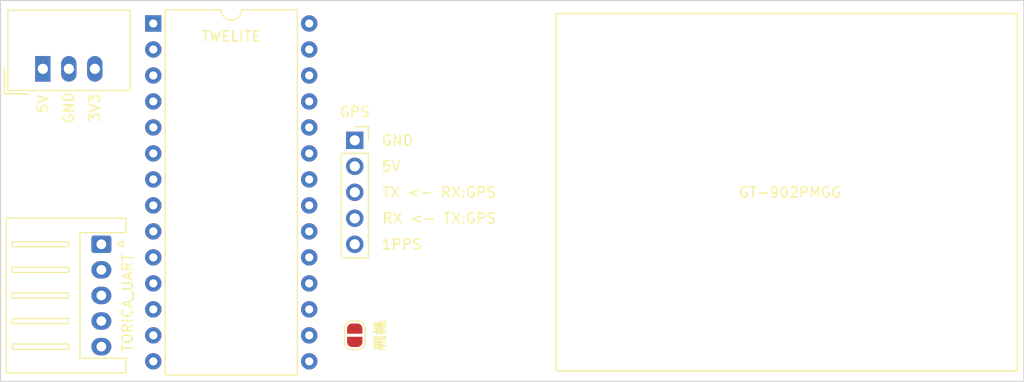
<source format=kicad_pcb>
(kicad_pcb (version 20211014) (generator pcbnew)
  (layers (0 "F.Cu" signal) (31 "B.Cu" signal) (34 "B.Paste" user) (35 "F.Paste" user) (36 "B.SilkS" user "B.Silkscreen") (37 "F.SilkS" user "F.Silkscreen") (38 "B.Mask" user) (39 "F.Mask" user) (44 "Edge.Cuts" user))
  (net 0 "")
  (net 1 "GND")
  (net 2 "+5V")
  (net 3 "Due TX")
  (net 4 "Due RX")
  (net 5 "1PPS")
  (net 7 "Net-(JP1-Pad1)")
  (net 8 "+3V3")
  (footprint "Connector_JST:JST_XH_S5B-XH-A_1x05_P2.50mm_Horizontal" (layer "F.Cu") (at 109.855 141.605 -90)
    (fp_text reference "TORICA_UART" (at 5.715 -2.54 90) (layer "F.SilkS"))
    (fp_text value "TORICA_UART" hide)
    (fp_line (start 2.25 3.2) (end 2.25 8.7) (layer "F.SilkS") (width 0.12))
    (fp_line (start 11.14 -2.41) (end 11.14 2.09) (layer "F.SilkS") (width 0.12))
    (fp_line (start 5.25 3.2) (end 4.75 3.2) (layer "F.SilkS") (width 0.12))
    (fp_line (start 9.75 3.2) (end 9.75 8.7) (layer "F.SilkS") (width 0.12))
    (fp_line (start 0.3 -2.1) (end 0 -1.5) (layer "F.SilkS") (width 0.12))
    (fp_line (start 9.75 8.7) (end 10.25 8.7) (layer "F.SilkS") (width 0.12))
    (fp_line (start 12.56 -2.41) (end 11.14 -2.41) (layer "F.SilkS") (width 0.12))
    (fp_line (start 10.25 3.2) (end 9.75 3.2) (layer "F.SilkS") (width 0.12))
    (fp_line (start 5 9.31) (end -2.56 9.31) (layer "F.SilkS") (width 0.12))
    (fp_line (start 5.25 8.7) (end 5.25 3.2) (layer "F.SilkS") (width 0.12))
    (fp_line (start -1.14 2.09) (end 5 2.09) (layer "F.SilkS") (width 0.12))
    (fp_line (start -2.56 -2.41) (end -1.14 -2.41) (layer "F.SilkS") (width 0.12))
    (fp_line (start 2.75 3.2) (end 2.25 3.2) (layer "F.SilkS") (width 0.12))
    (fp_line (start 11.14 2.09) (end 5 2.09) (layer "F.SilkS") (width 0.12))
    (fp_line (start 0.25 8.7) (end 0.25 3.2) (layer "F.SilkS") (width 0.12))
    (fp_line (start 2.25 8.7) (end 2.75 8.7) (layer "F.SilkS") (width 0.12))
    (fp_line (start -0.3 -2.1) (end 0.3 -2.1) (layer "F.SilkS") (width 0.12))
    (fp_line (start 2.75 8.7) (end 2.75 3.2) (layer "F.SilkS") (width 0.12))
    (fp_line (start 7.75 3.2) (end 7.25 3.2) (layer "F.SilkS") (width 0.12))
    (fp_line (start 7.25 3.2) (end 7.25 8.7) (layer "F.SilkS") (width 0.12))
    (fp_line (start 12.56 9.31) (end 12.56 -2.41) (layer "F.SilkS") (width 0.12))
    (fp_line (start 10.25 8.7) (end 10.25 3.2) (layer "F.SilkS") (width 0.12))
    (fp_line (start -2.56 9.31) (end -2.56 -2.41) (layer "F.SilkS") (width 0.12))
    (fp_line (start 7.75 8.7) (end 7.75 3.2) (layer "F.SilkS") (width 0.12))
    (fp_line (start 0.25 3.2) (end -0.25 3.2) (layer "F.SilkS") (width 0.12))
    (fp_line (start 7.25 8.7) (end 7.75 8.7) (layer "F.SilkS") (width 0.12))
    (fp_line (start -0.25 8.7) (end 0.25 8.7) (layer "F.SilkS") (width 0.12))
    (fp_line (start 4.75 8.7) (end 5.25 8.7) (layer "F.SilkS") (width 0.12))
    (fp_line (start 5 9.31) (end 12.56 9.31) (layer "F.SilkS") (width 0.12))
    (fp_line (start -0.25 3.2) (end -0.25 8.7) (layer "F.SilkS") (width 0.12))
    (fp_line (start -1.14 -2.41) (end -1.14 2.09) (layer "F.SilkS") (width 0.12))
    (fp_line (start 4.75 3.2) (end 4.75 8.7) (layer "F.SilkS") (width 0.12))
    (fp_line (start 0 -1.5) (end -0.3 -2.1) (layer "F.SilkS") (width 0.12))
    (pad "1" thru_hole roundrect (at 0 0 270) (size 1.7 1.95) (drill 0.95) (layers *.Cu *.Mask) (roundrect_rratio 0.147059) (net 1 "GND"))
    (pad "2" thru_hole oval (at 2.5 0 270) (size 1.7 1.95) (drill 0.95) (layers *.Cu *.Mask) (net 2 "+5V"))
    (pad "3" thru_hole oval (at 5 0 270) (size 1.7 1.95) (drill 0.95) (layers *.Cu *.Mask) (net 3 "Due TX"))
    (pad "4" thru_hole oval (at 7.5 0 270) (size 1.7 1.95) (drill 0.95) (layers *.Cu *.Mask) (net 4 "Due RX"))
    (pad "5" thru_hole oval (at 10 0 270) (size 1.7 1.95) (drill 0.95) (layers *.Cu *.Mask) (net 5 "1PPS"))
  )
  (footprint "Jumper:SolderJumper-2_P1.3mm_Open_RoundedPad1.0x1.5mm" (layer "F.Cu") (at 134.62 150.495 -90)
    (fp_text reference "親機" (at 0 -2.54 90) (layer "F.SilkS"))
    (fp_text value "SolderJumper_2_Open" hide)
    (fp_line (start 0.7 1) (end -0.7 1) (layer "F.SilkS") (width 0.12))
    (fp_line (start 1.4 -0.3) (end 1.4 0.3) (layer "F.SilkS") (width 0.12))
    (fp_line (start -1.4 0.3) (end -1.4 -0.3) (layer "F.SilkS") (width 0.12))
    (fp_line (start -0.7 -1) (end 0.7 -1) (layer "F.SilkS") (width 0.12))
    (fp_arc (start -1.4 -0.3) (mid -1.194975 -0.794975) (end -0.7 -1) (layer "F.SilkS") (width 0.12))
    (fp_arc (start 0.7 -1) (mid 1.194975 -0.794975) (end 1.4 -0.3) (layer "F.SilkS") (width 0.12))
    (fp_arc (start -0.7 1) (mid -1.194975 0.794975) (end -1.4 0.3) (layer "F.SilkS") (width 0.12))
    (fp_arc (start 1.4 0.3) (mid 1.194975 0.794975) (end 0.7 1) (layer "F.SilkS") (width 0.12))
    (pad "1" smd custom (at -0.65 0 270) (size 1 0.5) (layers "F.Cu" "F.Mask") (net 7 "Net-(JP1-Pad1)") (options (clearance outline) (anchor rect)) (primitives (gr_circle (center 0 0.25) (end 0.5 0.25) (width 0) (fill yes)) (gr_circle (center 0 -0.25) (end 0.5 -0.25) (width 0) (fill yes)) (gr_poly (pts (xy 0.5 0.75) (xy 0 0.75) (xy 0 -0.75) (xy 0.5 -0.75)) (width 0) (fill yes))))
    (pad "2" smd custom (at 0.65 0 270) (size 1 0.5) (layers "F.Cu" "F.Mask") (net 1 "GND") (options (clearance outline) (anchor rect)) (primitives (gr_circle (center 0 0.25) (end 0.5 0.25) (width 0) (fill yes)) (gr_circle (center 0 -0.25) (end 0.5 -0.25) (width 0) (fill yes)) (gr_poly (pts (xy 0 0.75) (xy -0.5 0.75) (xy -0.5 -0.75) (xy 0 -0.75)) (width 0) (fill yes))))
  )
  (footprint "MountingHole:MountingHole_3.2mm_M3" (layer "F.Cu") (at 149.225 150.495)
    (fp_text reference "REF**" hide)
    (fp_text value "MountingHole_3.2mm_M3" hide)
    (pad "" np_thru_hole circle (at 0 0) (size 3.2 3.2) (drill 3.2) (layers *.Cu *.Mask))
  )
  (footprint "Converter_DCDC:Converter_DCDC_TRACO_TSR-1_THT" (layer "F.Cu") (at 104.14 124.46)
    (fp_text reference "U1" hide)
    (fp_text value "TSR_1-2433" hide)
    (fp_line (start 8.52 2.12) (end -3.42 2.12) (layer "F.SilkS") (width 0.12))
    (fp_line (start -3.42 2.12) (end -3.42 -5.73) (layer "F.SilkS") (width 0.12))
    (fp_line (start 8.52 -5.73) (end 8.52 2.12) (layer "F.SilkS") (width 0.12))
    (fp_line (start -3.42 -5.73) (end 8.52 -5.73) (layer "F.SilkS") (width 0.12))
    (fp_line (start -3.75 0) (end -3.75 2.45) (layer "F.SilkS") (width 0.12))
    (fp_line (start -3.75 2.45) (end -1.42 2.45) (layer "F.SilkS") (width 0.12))
    (pad "1" thru_hole rect (at 0 0) (size 1.5 2.5) (drill 1) (layers *.Cu *.Mask) (net 2 "+5V"))
    (pad "2" thru_hole oval (at 2.54 0) (size 1.5 2.5) (drill 1) (layers *.Cu *.Mask) (net 1 "GND"))
    (pad "3" thru_hole oval (at 5.08 0) (size 1.5 2.5) (drill 1) (layers *.Cu *.Mask) (net 8 "+3V3"))
  )
  (footprint "MountingHole:MountingHole_3.2mm_M3" (layer "F.Cu") (at 149.225 122.555)
    (fp_text reference "REF**" hide)
    (fp_text value "MountingHole_3.2mm_M3" hide)
    (pad "" np_thru_hole circle (at 0 0) (size 3.2 3.2) (drill 3.2) (layers *.Cu *.Mask))
  )
  (footprint "MountingHole:MountingHole_3.2mm_M3" (layer "F.Cu") (at 104.14 134.62)
    (fp_text reference "REF**" hide)
    (fp_text value "MountingHole_3.2mm_M3" hide)
    (pad "" np_thru_hole circle (at 0 0) (size 3.2 3.2) (drill 3.2) (layers *.Cu *.Mask))
  )
  (footprint "Connector_PinSocket_2.54mm:PinSocket_1x05_P2.54mm_Vertical" (layer "F.Cu") (at 134.62 131.445)
    (fp_text reference "GPS" (at 0 -2.77) (layer "F.SilkS"))
    (fp_text value "GPS" hide)
    (fp_line (start -1.33 1.27) (end -1.33 11.49) (layer "F.SilkS") (width 0.12))
    (fp_line (start 0 -1.33) (end 1.33 -1.33) (layer "F.SilkS") (width 0.12))
    (fp_line (start 1.33 1.27) (end 1.33 11.49) (layer "F.SilkS") (width 0.12))
    (fp_line (start -1.33 11.49) (end 1.33 11.49) (layer "F.SilkS") (width 0.12))
    (fp_line (start -1.33 1.27) (end 1.33 1.27) (layer "F.SilkS") (width 0.12))
    (fp_line (start 1.33 -1.33) (end 1.33 0) (layer "F.SilkS") (width 0.12))
    (pad "1" thru_hole rect (at 0 0) (size 1.7 1.7) (drill 1) (layers *.Cu *.Mask) (net 1 "GND"))
    (pad "2" thru_hole oval (at 0 2.54) (size 1.7 1.7) (drill 1) (layers *.Cu *.Mask) (net 2 "+5V"))
    (pad "3" thru_hole oval (at 0 5.08) (size 1.7 1.7) (drill 1) (layers *.Cu *.Mask))
    (pad "4" thru_hole oval (at 0 7.62) (size 1.7 1.7) (drill 1) (layers *.Cu *.Mask) (net 4 "Due RX"))
    (pad "5" thru_hole oval (at 0 10.16) (size 1.7 1.7) (drill 1) (layers *.Cu *.Mask) (net 5 "1PPS"))
  )
  (footprint "Package_DIP:DIP-28_W15.24mm" (layer "F.Cu") (at 114.93 120.025)
    (fp_text reference "TWELITE" (at 7.62 1.26) (layer "F.SilkS"))
    (fp_text value "TWE-L-DP-W" hide)
    (fp_line (start 1.16 34.35) (end 14.08 34.35) (layer "F.SilkS") (width 0.12))
    (fp_line (start 1.16 -1.33) (end 1.16 34.35) (layer "F.SilkS") (width 0.12))
    (fp_line (start 14.08 -1.33) (end 8.62 -1.33) (layer "F.SilkS") (width 0.12))
    (fp_line (start 6.62 -1.33) (end 1.16 -1.33) (layer "F.SilkS") (width 0.12))
    (fp_line (start 14.08 34.35) (end 14.08 -1.33) (layer "F.SilkS") (width 0.12))
    (fp_arc (start 8.62 -1.33) (mid 7.62 -0.33) (end 6.62 -1.33) (layer "F.SilkS") (width 0.12))
    (pad "1" thru_hole rect (at 0 0) (size 1.6 1.6) (drill 0.8) (layers *.Cu *.Mask) (net 1 "GND"))
    (pad "2" thru_hole oval (at 0 2.54) (size 1.6 1.6) (drill 0.8) (layers *.Cu *.Mask))
    (pad "3" thru_hole oval (at 0 5.08) (size 1.6 1.6) (drill 0.8) (layers *.Cu *.Mask) (net 3 "Due TX"))
    (pad "4" thru_hole oval (at 0 7.62) (size 1.6 1.6) (drill 0.8) (layers *.Cu *.Mask))
    (pad "5" thru_hole oval (at 0 10.16) (size 1.6 1.6) (drill 0.8) (layers *.Cu *.Mask))
    (pad "6" thru_hole oval (at 0 12.7) (size 1.6 1.6) (drill 0.8) (layers *.Cu *.Mask))
    (pad "7" thru_hole oval (at 0 15.24) (size 1.6 1.6) (drill 0.8) (layers *.Cu *.Mask))
    (pad "8" thru_hole oval (at 0 17.78) (size 1.6 1.6) (drill 0.8) (layers *.Cu *.Mask))
    (pad "9" thru_hole oval (at 0 20.32) (size 1.6 1.6) (drill 0.8) (layers *.Cu *.Mask))
    (pad "10" thru_hole oval (at 0 22.86) (size 1.6 1.6) (drill 0.8) (layers *.Cu *.Mask))
    (pad "11" thru_hole oval (at 0 25.4) (size 1.6 1.6) (drill 0.8) (layers *.Cu *.Mask))
    (pad "12" thru_hole oval (at 0 27.94) (size 1.6 1.6) (drill 0.8) (layers *.Cu *.Mask))
    (pad "13" thru_hole oval (at 0 30.48) (size 1.6 1.6) (drill 0.8) (layers *.Cu *.Mask) (net 7 "Net-(JP1-Pad1)"))
    (pad "14" thru_hole oval (at 0 33.02) (size 1.6 1.6) (drill 0.8) (layers *.Cu *.Mask) (net 1 "GND"))
    (pad "15" thru_hole oval (at 15.24 33.02) (size 1.6 1.6) (drill 0.8) (layers *.Cu *.Mask))
    (pad "16" thru_hole oval (at 15.24 30.48) (size 1.6 1.6) (drill 0.8) (layers *.Cu *.Mask))
    (pad "17" thru_hole oval (at 15.24 27.94) (size 1.6 1.6) (drill 0.8) (layers *.Cu *.Mask))
    (pad "18" thru_hole oval (at 15.24 25.4) (size 1.6 1.6) (drill 0.8) (layers *.Cu *.Mask))
    (pad "19" thru_hole oval (at 15.24 22.86) (size 1.6 1.6) (drill 0.8) (layers *.Cu *.Mask))
    (pad "20" thru_hole oval (at 15.24 20.32) (size 1.6 1.6) (drill 0.8) (layers *.Cu *.Mask))
    (pad "21" thru_hole oval (at 15.24 17.78) (size 1.6 1.6) (drill 0.8) (layers *.Cu *.Mask))
    (pad "22" thru_hole oval (at 15.24 15.24) (size 1.6 1.6) (drill 0.8) (layers *.Cu *.Mask))
    (pad "23" thru_hole oval (at 15.24 12.7) (size 1.6 1.6) (drill 0.8) (layers *.Cu *.Mask))
    (pad "24" thru_hole oval (at 15.24 10.16) (size 1.6 1.6) (drill 0.8) (layers *.Cu *.Mask))
    (pad "25" thru_hole oval (at 15.24 7.62) (size 1.6 1.6) (drill 0.8) (layers *.Cu *.Mask))
    (pad "26" thru_hole oval (at 15.24 5.08) (size 1.6 1.6) (drill 0.8) (layers *.Cu *.Mask))
    (pad "27" thru_hole oval (at 15.24 2.54) (size 1.6 1.6) (drill 0.8) (layers *.Cu *.Mask))
    (pad "28" thru_hole oval (at 15.24 0) (size 1.6 1.6) (drill 0.8) (layers *.Cu *.Mask) (net 8 "+3V3"))
  )
  (gr_rect (start 154.305 153.9875) (end 199.39 119.0625) (layer "F.SilkS") (width 0.15) (fill none))
  (gr_rect (start 100 117.78) (end 200 155) (layer "Edge.Cuts") (width 0.1) (fill none))
  (gr_text "3V3" (at 109.22 128.27 90) (layer "F.SilkS") (effects (font (size 1 1))))
  (gr_text "GND" (at 106.68 128.27 90) (layer "F.SilkS") (effects (font (size 1 1))))
  (gr_text "1PPS" (at 137.16 141.605) (layer "F.SilkS") (effects (font (size 1 1)) (justify left)))
  (gr_text "TX <- RX:GPS" (at 142.875 136.525) (layer "F.SilkS") (effects (font (size 1 1))))
  (gr_text "GND" (at 137.16 131.445) (layer "F.SilkS") (effects (font (size 1 1)) (justify left)))
  (gr_text "GT-902PMGG" (at 177.165 136.525) (layer "F.SilkS") (effects (font (size 1 1))))
  (gr_text " 5V" (at 104.14 128.27 90) (layer "F.SilkS") (effects (font (size 1 1))))
  (gr_text "5V" (at 137.16 133.985) (layer "F.SilkS") (effects (font (size 1 1)) (justify left)))
  (gr_text "RX <- TX:GPS" (at 142.875 139.065) (layer "F.SilkS") (effects (font (size 1 1))))
)
</source>
